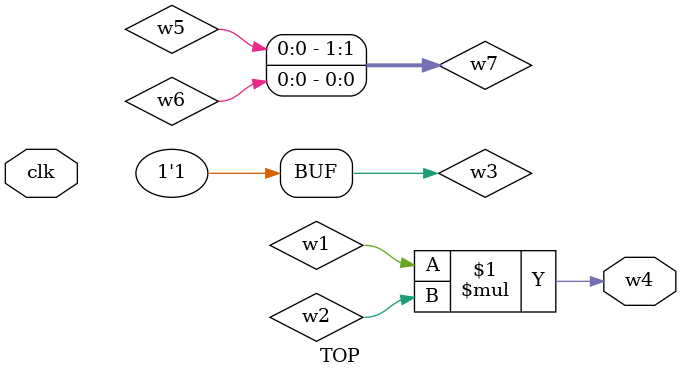
<source format=v>
module Add(a, b, c);
  input a;
  input b;
  output c;
  assign c = a+b;
endmodule

module TOP(clk, w4);
  input  clk;
  wire   w1;
  wire   w2;
  reg    w3;
  output w4;
  reg w5,w6;
  reg [1:0] w7;

  assign {w5,w6} = w7;

  assign w4 = w1*w2;
  assign w7[0] = w1 ? 1'bz : w1;

  initial begin
    w3<=1'b1;
  end

  Add inst(w1,w2,w3);

  always@(posedge clk) begin
    w7[1]<=w3;
  end
endmodule

</source>
